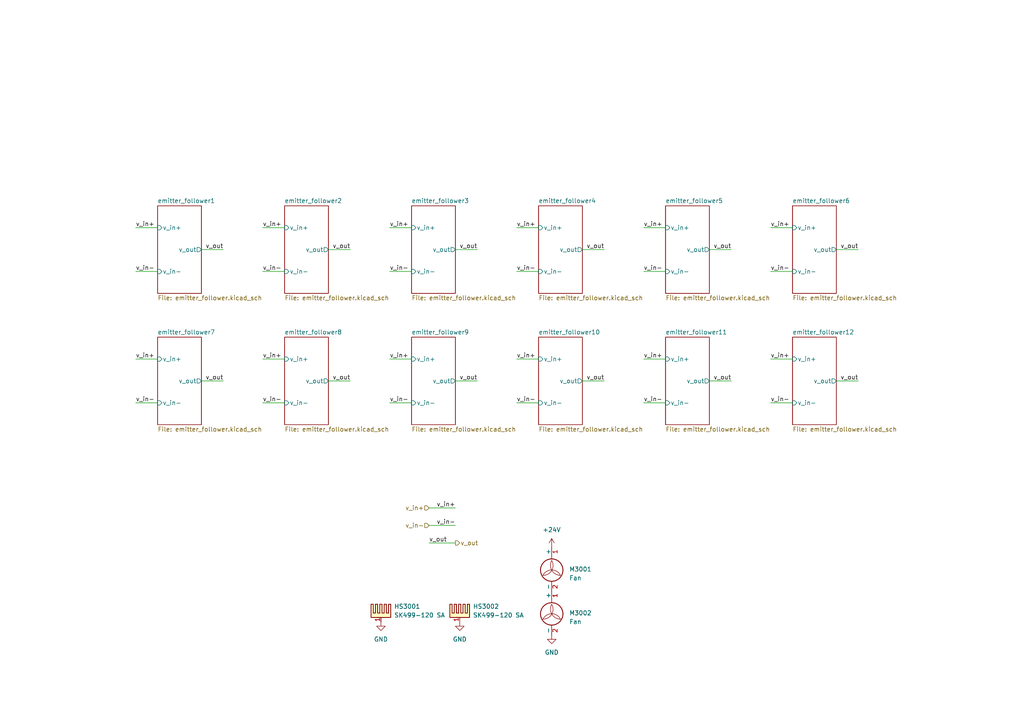
<source format=kicad_sch>
(kicad_sch
	(version 20231120)
	(generator "eeschema")
	(generator_version "8.0")
	(uuid "ba93c1f3-a609-4336-8fad-8b63e61b5ee7")
	(paper "A4")
	(title_block
		(title "Power Supply Sink")
		(date "2024-10-11")
		(rev "0.4.0")
		(company "Open Battery Tester")
		(comment 1 "Outstage")
	)
	(lib_symbols
		(symbol "pss:+24V"
			(power)
			(pin_numbers hide)
			(pin_names
				(offset 0) hide)
			(exclude_from_sim no)
			(in_bom yes)
			(on_board yes)
			(property "Reference" "#PWR"
				(at 0 -3.81 0)
				(effects
					(font
						(size 1.27 1.27)
					)
					(hide yes)
				)
			)
			(property "Value" "+24V"
				(at 0 3.556 0)
				(effects
					(font
						(size 1.27 1.27)
					)
				)
			)
			(property "Footprint" ""
				(at 0 0 0)
				(effects
					(font
						(size 1.27 1.27)
					)
					(hide yes)
				)
			)
			(property "Datasheet" ""
				(at 0 0 0)
				(effects
					(font
						(size 1.27 1.27)
					)
					(hide yes)
				)
			)
			(property "Description" "Power symbol creates a global label with name \"+24V\""
				(at 0 0 0)
				(effects
					(font
						(size 1.27 1.27)
					)
					(hide yes)
				)
			)
			(property "ki_keywords" "global power"
				(at 0 0 0)
				(effects
					(font
						(size 1.27 1.27)
					)
					(hide yes)
				)
			)
			(symbol "+24V_0_1"
				(polyline
					(pts
						(xy -0.762 1.27) (xy 0 2.54)
					)
					(stroke
						(width 0)
						(type default)
					)
					(fill
						(type none)
					)
				)
				(polyline
					(pts
						(xy 0 0) (xy 0 2.54)
					)
					(stroke
						(width 0)
						(type default)
					)
					(fill
						(type none)
					)
				)
				(polyline
					(pts
						(xy 0 2.54) (xy 0.762 1.27)
					)
					(stroke
						(width 0)
						(type default)
					)
					(fill
						(type none)
					)
				)
			)
			(symbol "+24V_1_1"
				(pin power_in line
					(at 0 0 90)
					(length 0)
					(name "~"
						(effects
							(font
								(size 1.27 1.27)
							)
						)
					)
					(number "1"
						(effects
							(font
								(size 1.27 1.27)
							)
						)
					)
				)
			)
		)
		(symbol "pss:Fan"
			(pin_names
				(offset 0)
			)
			(exclude_from_sim no)
			(in_bom yes)
			(on_board yes)
			(property "Reference" "M"
				(at 2.54 5.08 0)
				(effects
					(font
						(size 1.27 1.27)
					)
					(justify left)
				)
			)
			(property "Value" "Fan"
				(at 2.54 -2.54 0)
				(effects
					(font
						(size 1.27 1.27)
					)
					(justify left top)
				)
			)
			(property "Footprint" ""
				(at 0 0.254 0)
				(effects
					(font
						(size 1.27 1.27)
					)
					(hide yes)
				)
			)
			(property "Datasheet" "~"
				(at 0 0.254 0)
				(effects
					(font
						(size 1.27 1.27)
					)
					(hide yes)
				)
			)
			(property "Description" "Fan"
				(at 0 0 0)
				(effects
					(font
						(size 1.27 1.27)
					)
					(hide yes)
				)
			)
			(property "ki_keywords" "Fan Motor"
				(at 0 0 0)
				(effects
					(font
						(size 1.27 1.27)
					)
					(hide yes)
				)
			)
			(property "ki_fp_filters" "PinHeader*P2.54mm* TerminalBlock*"
				(at 0 0 0)
				(effects
					(font
						(size 1.27 1.27)
					)
					(hide yes)
				)
			)
			(symbol "Fan_0_1"
				(arc
					(start -2.54 -0.508)
					(mid 0.0028 0.9121)
					(end 0 3.81)
					(stroke
						(width 0)
						(type default)
					)
					(fill
						(type none)
					)
				)
				(polyline
					(pts
						(xy 0 -5.08) (xy 0 -4.572)
					)
					(stroke
						(width 0)
						(type default)
					)
					(fill
						(type none)
					)
				)
				(polyline
					(pts
						(xy 0 -2.2352) (xy 0 -2.6416)
					)
					(stroke
						(width 0)
						(type default)
					)
					(fill
						(type none)
					)
				)
				(polyline
					(pts
						(xy 0 4.2672) (xy 0 4.6228)
					)
					(stroke
						(width 0)
						(type default)
					)
					(fill
						(type none)
					)
				)
				(polyline
					(pts
						(xy 0 4.572) (xy 0 5.08)
					)
					(stroke
						(width 0)
						(type default)
					)
					(fill
						(type none)
					)
				)
				(circle
					(center 0 1.016)
					(radius 3.2512)
					(stroke
						(width 0.254)
						(type default)
					)
					(fill
						(type none)
					)
				)
				(arc
					(start 0 3.81)
					(mid 0.053 0.921)
					(end 2.54 -0.508)
					(stroke
						(width 0)
						(type default)
					)
					(fill
						(type none)
					)
				)
				(arc
					(start 2.54 -0.508)
					(mid 0 1.0618)
					(end -2.54 -0.508)
					(stroke
						(width 0)
						(type default)
					)
					(fill
						(type none)
					)
				)
			)
			(symbol "Fan_1_1"
				(pin passive line
					(at 0 7.62 270)
					(length 2.54)
					(name "+"
						(effects
							(font
								(size 1.27 1.27)
							)
						)
					)
					(number "1"
						(effects
							(font
								(size 1.27 1.27)
							)
						)
					)
				)
				(pin passive line
					(at 0 -5.08 90)
					(length 2.54)
					(name "-"
						(effects
							(font
								(size 1.27 1.27)
							)
						)
					)
					(number "2"
						(effects
							(font
								(size 1.27 1.27)
							)
						)
					)
				)
			)
		)
		(symbol "pss:GND"
			(power)
			(pin_numbers hide)
			(pin_names
				(offset 0) hide)
			(exclude_from_sim no)
			(in_bom yes)
			(on_board yes)
			(property "Reference" "#PWR"
				(at 0 -6.35 0)
				(effects
					(font
						(size 1.27 1.27)
					)
					(hide yes)
				)
			)
			(property "Value" "GND"
				(at 0 -3.81 0)
				(effects
					(font
						(size 1.27 1.27)
					)
				)
			)
			(property "Footprint" ""
				(at 0 0 0)
				(effects
					(font
						(size 1.27 1.27)
					)
					(hide yes)
				)
			)
			(property "Datasheet" ""
				(at 0 0 0)
				(effects
					(font
						(size 1.27 1.27)
					)
					(hide yes)
				)
			)
			(property "Description" "Power symbol creates a global label with name \"GND\" , ground"
				(at 0 0 0)
				(effects
					(font
						(size 1.27 1.27)
					)
					(hide yes)
				)
			)
			(property "ki_keywords" "global power"
				(at 0 0 0)
				(effects
					(font
						(size 1.27 1.27)
					)
					(hide yes)
				)
			)
			(symbol "GND_0_1"
				(polyline
					(pts
						(xy 0 0) (xy 0 -1.27) (xy 1.27 -1.27) (xy 0 -2.54) (xy -1.27 -1.27) (xy 0 -1.27)
					)
					(stroke
						(width 0)
						(type default)
					)
					(fill
						(type none)
					)
				)
			)
			(symbol "GND_1_1"
				(pin power_in line
					(at 0 0 270)
					(length 0)
					(name "~"
						(effects
							(font
								(size 1.27 1.27)
							)
						)
					)
					(number "1"
						(effects
							(font
								(size 1.27 1.27)
							)
						)
					)
				)
			)
		)
		(symbol "pss:Heatsink_Pad"
			(pin_names
				(offset 0)
			)
			(exclude_from_sim yes)
			(in_bom yes)
			(on_board yes)
			(property "Reference" "HS"
				(at 0 5.715 0)
				(effects
					(font
						(size 1.27 1.27)
					)
				)
			)
			(property "Value" "Heatsink_Pad"
				(at 0 3.81 0)
				(effects
					(font
						(size 1.27 1.27)
					)
				)
			)
			(property "Footprint" ""
				(at 0.3048 -1.27 0)
				(effects
					(font
						(size 1.27 1.27)
					)
					(hide yes)
				)
			)
			(property "Datasheet" "~"
				(at 0.3048 -1.27 0)
				(effects
					(font
						(size 1.27 1.27)
					)
					(hide yes)
				)
			)
			(property "Description" "Heatsink with electrical connection, 1 pin"
				(at 0 0 0)
				(effects
					(font
						(size 1.27 1.27)
					)
					(hide yes)
				)
			)
			(property "ki_keywords" "thermal heat temperature"
				(at 0 0 0)
				(effects
					(font
						(size 1.27 1.27)
					)
					(hide yes)
				)
			)
			(property "ki_fp_filters" "Heatsink_*"
				(at 0 0 0)
				(effects
					(font
						(size 1.27 1.27)
					)
					(hide yes)
				)
			)
			(symbol "Heatsink_Pad_0_1"
				(polyline
					(pts
						(xy -0.3302 0) (xy -0.9652 0) (xy -0.9652 2.54) (xy -1.6002 2.54) (xy -1.6002 0) (xy -2.2352 0)
						(xy -2.2352 2.54) (xy -2.8702 2.54) (xy -2.8702 -1.27) (xy -0.9652 -1.27)
					)
					(stroke
						(width 0.254)
						(type default)
					)
					(fill
						(type background)
					)
				)
				(polyline
					(pts
						(xy -0.3302 0) (xy -0.3302 2.54) (xy 0.3048 2.54) (xy 0.3048 0) (xy 0.9398 0) (xy 0.9398 2.54)
						(xy 1.5748 2.54) (xy 1.5748 0) (xy 2.2098 0) (xy 2.2098 2.54) (xy 2.8448 2.54) (xy 2.8448 -1.27)
						(xy -0.9652 -1.27)
					)
					(stroke
						(width 0.254)
						(type default)
					)
					(fill
						(type background)
					)
				)
			)
			(symbol "Heatsink_Pad_1_1"
				(pin passive line
					(at 0 -2.54 90)
					(length 1.27)
					(name "~"
						(effects
							(font
								(size 1.27 1.27)
							)
						)
					)
					(number "1"
						(effects
							(font
								(size 1.27 1.27)
							)
						)
					)
				)
			)
		)
	)
	(wire
		(pts
			(xy 242.57 72.39) (xy 248.92 72.39)
		)
		(stroke
			(width 0)
			(type default)
		)
		(uuid "009407e8-61eb-43f8-8312-786dba4a8206")
	)
	(wire
		(pts
			(xy 76.2 116.84) (xy 82.55 116.84)
		)
		(stroke
			(width 0)
			(type default)
		)
		(uuid "0605f3d2-00a0-43a0-8c0a-e69d23e44058")
	)
	(wire
		(pts
			(xy 168.91 72.39) (xy 175.26 72.39)
		)
		(stroke
			(width 0)
			(type default)
		)
		(uuid "0d2fa8ad-5417-4322-ba15-6e34dce16ce5")
	)
	(wire
		(pts
			(xy 149.86 104.14) (xy 156.21 104.14)
		)
		(stroke
			(width 0)
			(type default)
		)
		(uuid "21511a1d-426c-4066-9ee0-3d40fcb6ef0b")
	)
	(wire
		(pts
			(xy 113.03 78.74) (xy 119.38 78.74)
		)
		(stroke
			(width 0)
			(type default)
		)
		(uuid "302db432-abd3-43c0-a9f2-08bda1038702")
	)
	(wire
		(pts
			(xy 39.37 78.74) (xy 45.72 78.74)
		)
		(stroke
			(width 0)
			(type default)
		)
		(uuid "322c89df-6142-4805-af37-f643c34f94d0")
	)
	(wire
		(pts
			(xy 168.91 110.49) (xy 175.26 110.49)
		)
		(stroke
			(width 0)
			(type default)
		)
		(uuid "35423c90-88a3-456b-a284-b2fb7188ed80")
	)
	(wire
		(pts
			(xy 132.08 72.39) (xy 138.43 72.39)
		)
		(stroke
			(width 0)
			(type default)
		)
		(uuid "39a4d8fd-6adc-49bc-9b2b-fee424d0e1ab")
	)
	(wire
		(pts
			(xy 124.46 157.48) (xy 132.08 157.48)
		)
		(stroke
			(width 0)
			(type default)
		)
		(uuid "3ee4edb8-f56f-42d0-8876-bf5d29dfbfd0")
	)
	(wire
		(pts
			(xy 186.69 66.04) (xy 193.04 66.04)
		)
		(stroke
			(width 0)
			(type default)
		)
		(uuid "41ff43d7-8c4e-4196-ad4e-cdfeb4efedfc")
	)
	(wire
		(pts
			(xy 149.86 78.74) (xy 156.21 78.74)
		)
		(stroke
			(width 0)
			(type default)
		)
		(uuid "54db1326-0af1-432a-a600-8ba35aab5a72")
	)
	(wire
		(pts
			(xy 205.74 72.39) (xy 212.09 72.39)
		)
		(stroke
			(width 0)
			(type default)
		)
		(uuid "58cc7a11-c662-475d-a6e6-aa4677182ba4")
	)
	(wire
		(pts
			(xy 205.74 110.49) (xy 212.09 110.49)
		)
		(stroke
			(width 0)
			(type default)
		)
		(uuid "6aa56ae6-bcae-4269-be4e-a92c05a7a32d")
	)
	(wire
		(pts
			(xy 223.52 78.74) (xy 229.87 78.74)
		)
		(stroke
			(width 0)
			(type default)
		)
		(uuid "6bbc75bd-9545-4326-bfed-e37fb3f39403")
	)
	(wire
		(pts
			(xy 223.52 66.04) (xy 229.87 66.04)
		)
		(stroke
			(width 0)
			(type default)
		)
		(uuid "7018b830-a5c9-4272-a807-0f8dc9257344")
	)
	(wire
		(pts
			(xy 132.08 110.49) (xy 138.43 110.49)
		)
		(stroke
			(width 0)
			(type default)
		)
		(uuid "707e98d6-38c4-4698-9e8c-f431c7862254")
	)
	(wire
		(pts
			(xy 95.25 110.49) (xy 101.6 110.49)
		)
		(stroke
			(width 0)
			(type default)
		)
		(uuid "7244d252-e104-4d8e-b7f7-3fa109de0de4")
	)
	(wire
		(pts
			(xy 223.52 104.14) (xy 229.87 104.14)
		)
		(stroke
			(width 0)
			(type default)
		)
		(uuid "78c2628f-4f77-4ba3-9b22-289a9b54ac4f")
	)
	(wire
		(pts
			(xy 186.69 116.84) (xy 193.04 116.84)
		)
		(stroke
			(width 0)
			(type default)
		)
		(uuid "7e1d2095-669b-4ef2-803a-b44bc87a37d6")
	)
	(wire
		(pts
			(xy 76.2 78.74) (xy 82.55 78.74)
		)
		(stroke
			(width 0)
			(type default)
		)
		(uuid "802f16df-cadb-4195-bd37-fb1216014eda")
	)
	(wire
		(pts
			(xy 39.37 116.84) (xy 45.72 116.84)
		)
		(stroke
			(width 0)
			(type default)
		)
		(uuid "80ac78d1-3c73-4234-ada8-e409d882958e")
	)
	(wire
		(pts
			(xy 113.03 116.84) (xy 119.38 116.84)
		)
		(stroke
			(width 0)
			(type default)
		)
		(uuid "83fa22b3-778a-4f13-80e3-fe9ecd2f555b")
	)
	(wire
		(pts
			(xy 124.46 152.4) (xy 132.08 152.4)
		)
		(stroke
			(width 0)
			(type default)
		)
		(uuid "83fdf96e-e1bb-4db4-8d75-2b0a21163492")
	)
	(wire
		(pts
			(xy 149.86 116.84) (xy 156.21 116.84)
		)
		(stroke
			(width 0)
			(type default)
		)
		(uuid "850ad9cd-e8b9-4a91-8f97-e055a24e579b")
	)
	(wire
		(pts
			(xy 76.2 66.04) (xy 82.55 66.04)
		)
		(stroke
			(width 0)
			(type default)
		)
		(uuid "874e44d8-e4de-49f7-ab6b-b43cb7f9ec69")
	)
	(wire
		(pts
			(xy 39.37 66.04) (xy 45.72 66.04)
		)
		(stroke
			(width 0)
			(type default)
		)
		(uuid "8f4da4fd-9ad3-49cd-9f17-ba18e14fdb73")
	)
	(wire
		(pts
			(xy 186.69 104.14) (xy 193.04 104.14)
		)
		(stroke
			(width 0)
			(type default)
		)
		(uuid "8fab37f0-132f-4069-a0d2-04113c9544a9")
	)
	(wire
		(pts
			(xy 95.25 72.39) (xy 101.6 72.39)
		)
		(stroke
			(width 0)
			(type default)
		)
		(uuid "90da675e-0401-4708-9281-64522d030644")
	)
	(wire
		(pts
			(xy 149.86 66.04) (xy 156.21 66.04)
		)
		(stroke
			(width 0)
			(type default)
		)
		(uuid "9b357593-9baa-4a41-b61b-aeaeaa5b58f6")
	)
	(wire
		(pts
			(xy 58.42 72.39) (xy 64.77 72.39)
		)
		(stroke
			(width 0)
			(type default)
		)
		(uuid "9d562eca-189f-4e21-95ab-65984949593a")
	)
	(wire
		(pts
			(xy 242.57 110.49) (xy 248.92 110.49)
		)
		(stroke
			(width 0)
			(type default)
		)
		(uuid "b2f9b9e5-3ab8-47a4-9029-01ee0e6dccfd")
	)
	(wire
		(pts
			(xy 113.03 66.04) (xy 119.38 66.04)
		)
		(stroke
			(width 0)
			(type default)
		)
		(uuid "bd429c5d-e252-44d3-8b57-732d7ab2ca46")
	)
	(wire
		(pts
			(xy 39.37 104.14) (xy 45.72 104.14)
		)
		(stroke
			(width 0)
			(type default)
		)
		(uuid "d1819e4b-b253-4bde-b8fe-b6aa63d2c23f")
	)
	(wire
		(pts
			(xy 58.42 110.49) (xy 64.77 110.49)
		)
		(stroke
			(width 0)
			(type default)
		)
		(uuid "d2a39ecf-0a60-4ba8-a081-2316cedae3be")
	)
	(wire
		(pts
			(xy 76.2 104.14) (xy 82.55 104.14)
		)
		(stroke
			(width 0)
			(type default)
		)
		(uuid "d9b4ec03-9dfb-4c03-a00a-8aa1c9cd1881")
	)
	(wire
		(pts
			(xy 113.03 104.14) (xy 119.38 104.14)
		)
		(stroke
			(width 0)
			(type default)
		)
		(uuid "e093803c-36ec-48db-a2f6-ea8b7f3b2328")
	)
	(wire
		(pts
			(xy 223.52 116.84) (xy 229.87 116.84)
		)
		(stroke
			(width 0)
			(type default)
		)
		(uuid "e4b7ad10-8cd8-42d3-9b6f-66211809cd60")
	)
	(wire
		(pts
			(xy 186.69 78.74) (xy 193.04 78.74)
		)
		(stroke
			(width 0)
			(type default)
		)
		(uuid "eb634ea9-7e98-4eb4-a1d4-bace6ce68f93")
	)
	(wire
		(pts
			(xy 124.46 147.32) (xy 132.08 147.32)
		)
		(stroke
			(width 0)
			(type default)
		)
		(uuid "fccf74ea-9ab8-4fe0-8b78-2c8a9acd239d")
	)
	(label "v_in+"
		(at 76.2 66.04 0)
		(fields_autoplaced yes)
		(effects
			(font
				(size 1.27 1.27)
			)
			(justify left bottom)
		)
		(uuid "00629809-638c-4bf2-9b91-f8db44e83c10")
	)
	(label "v_in+"
		(at 39.37 104.14 0)
		(fields_autoplaced yes)
		(effects
			(font
				(size 1.27 1.27)
			)
			(justify left bottom)
		)
		(uuid "027a1b8e-e17d-466e-8d34-0dabef92e22a")
	)
	(label "v_in-"
		(at 223.52 116.84 0)
		(fields_autoplaced yes)
		(effects
			(font
				(size 1.27 1.27)
			)
			(justify left bottom)
		)
		(uuid "032cf803-868d-46a9-bdfe-856053d5dc64")
	)
	(label "v_in-"
		(at 132.08 152.4 180)
		(fields_autoplaced yes)
		(effects
			(font
				(size 1.27 1.27)
			)
			(justify right bottom)
		)
		(uuid "03bb3d62-b8bc-44dd-ac8c-8b4081d60332")
	)
	(label "v_in-"
		(at 223.52 78.74 0)
		(fields_autoplaced yes)
		(effects
			(font
				(size 1.27 1.27)
			)
			(justify left bottom)
		)
		(uuid "060bc8c5-09fe-4d16-9bdc-46055f70e2f8")
	)
	(label "v_out"
		(at 138.43 72.39 180)
		(fields_autoplaced yes)
		(effects
			(font
				(size 1.27 1.27)
			)
			(justify right bottom)
		)
		(uuid "0f748427-ea05-4028-b4ac-d9e4c8bf0083")
	)
	(label "v_in-"
		(at 76.2 78.74 0)
		(fields_autoplaced yes)
		(effects
			(font
				(size 1.27 1.27)
			)
			(justify left bottom)
		)
		(uuid "134f3c9c-302c-433c-a458-75ae81ed6426")
	)
	(label "v_in-"
		(at 113.03 78.74 0)
		(fields_autoplaced yes)
		(effects
			(font
				(size 1.27 1.27)
			)
			(justify left bottom)
		)
		(uuid "16858ccc-fbfc-4d4c-a5e8-35fbf26cf12e")
	)
	(label "v_out"
		(at 248.92 110.49 180)
		(fields_autoplaced yes)
		(effects
			(font
				(size 1.27 1.27)
			)
			(justify right bottom)
		)
		(uuid "185d4643-3422-47bd-bf67-0b4df0eb73d6")
	)
	(label "v_in-"
		(at 76.2 116.84 0)
		(fields_autoplaced yes)
		(effects
			(font
				(size 1.27 1.27)
			)
			(justify left bottom)
		)
		(uuid "1a1721b3-529f-410f-8ca1-cbe002f63d39")
	)
	(label "v_in+"
		(at 39.37 66.04 0)
		(fields_autoplaced yes)
		(effects
			(font
				(size 1.27 1.27)
			)
			(justify left bottom)
		)
		(uuid "2698dfcd-eddd-4d80-912f-1eccb43bfdbd")
	)
	(label "v_out"
		(at 248.92 72.39 180)
		(fields_autoplaced yes)
		(effects
			(font
				(size 1.27 1.27)
			)
			(justify right bottom)
		)
		(uuid "2885e120-1528-430f-b3f5-89fdf4692721")
	)
	(label "v_in-"
		(at 149.86 78.74 0)
		(fields_autoplaced yes)
		(effects
			(font
				(size 1.27 1.27)
			)
			(justify left bottom)
		)
		(uuid "37099185-a88b-4cb1-996d-34743ca8785c")
	)
	(label "v_in-"
		(at 186.69 78.74 0)
		(fields_autoplaced yes)
		(effects
			(font
				(size 1.27 1.27)
			)
			(justify left bottom)
		)
		(uuid "373db7fe-c3e2-48b0-b70b-5bffd3296b71")
	)
	(label "v_in-"
		(at 149.86 116.84 0)
		(fields_autoplaced yes)
		(effects
			(font
				(size 1.27 1.27)
			)
			(justify left bottom)
		)
		(uuid "39179a45-e3bd-4ca4-a505-3f2d40935fd3")
	)
	(label "v_in-"
		(at 39.37 116.84 0)
		(fields_autoplaced yes)
		(effects
			(font
				(size 1.27 1.27)
			)
			(justify left bottom)
		)
		(uuid "467594dd-069f-49c9-ac1d-3b089f54167f")
	)
	(label "v_in+"
		(at 223.52 104.14 0)
		(fields_autoplaced yes)
		(effects
			(font
				(size 1.27 1.27)
			)
			(justify left bottom)
		)
		(uuid "4b392590-7da6-4f6f-8713-e284af4585ce")
	)
	(label "v_out"
		(at 212.09 72.39 180)
		(fields_autoplaced yes)
		(effects
			(font
				(size 1.27 1.27)
			)
			(justify right bottom)
		)
		(uuid "5d5a4601-1bb8-4b9c-8172-e81c65537187")
	)
	(label "v_in+"
		(at 186.69 66.04 0)
		(fields_autoplaced yes)
		(effects
			(font
				(size 1.27 1.27)
			)
			(justify left bottom)
		)
		(uuid "5d6a59df-cb06-4857-9922-bddec4ff0d89")
	)
	(label "v_in-"
		(at 186.69 116.84 0)
		(fields_autoplaced yes)
		(effects
			(font
				(size 1.27 1.27)
			)
			(justify left bottom)
		)
		(uuid "5e7ce80e-ac9b-4632-a92d-2062e8530b2e")
	)
	(label "v_in-"
		(at 39.37 78.74 0)
		(fields_autoplaced yes)
		(effects
			(font
				(size 1.27 1.27)
			)
			(justify left bottom)
		)
		(uuid "682d586a-e8a5-4e10-aa30-13531dd365c0")
	)
	(label "v_in-"
		(at 113.03 116.84 0)
		(fields_autoplaced yes)
		(effects
			(font
				(size 1.27 1.27)
			)
			(justify left bottom)
		)
		(uuid "72bc6804-581b-49cb-bb1b-dfd2c84a7f92")
	)
	(label "v_out"
		(at 175.26 72.39 180)
		(fields_autoplaced yes)
		(effects
			(font
				(size 1.27 1.27)
			)
			(justify right bottom)
		)
		(uuid "752c65e6-4423-4e71-8826-4f06fa478a51")
	)
	(label "v_out"
		(at 138.43 110.49 180)
		(fields_autoplaced yes)
		(effects
			(font
				(size 1.27 1.27)
			)
			(justify right bottom)
		)
		(uuid "7815dfe5-2d90-42b6-85a2-6aa9b5b1d344")
	)
	(label "v_out"
		(at 212.09 110.49 180)
		(fields_autoplaced yes)
		(effects
			(font
				(size 1.27 1.27)
			)
			(justify right bottom)
		)
		(uuid "7bf2ede3-b13a-43f3-a017-117111cd8a18")
	)
	(label "v_out"
		(at 101.6 72.39 180)
		(fields_autoplaced yes)
		(effects
			(font
				(size 1.27 1.27)
			)
			(justify right bottom)
		)
		(uuid "80de6481-4358-4471-bc28-f19d88542369")
	)
	(label "v_in+"
		(at 132.08 147.32 180)
		(fields_autoplaced yes)
		(effects
			(font
				(size 1.27 1.27)
			)
			(justify right bottom)
		)
		(uuid "87b9a5f8-27e1-405c-8f2c-b03633f16dd5")
	)
	(label "v_in+"
		(at 186.69 104.14 0)
		(fields_autoplaced yes)
		(effects
			(font
				(size 1.27 1.27)
			)
			(justify left bottom)
		)
		(uuid "88c3715b-d82e-4344-b3c1-00d0acb96c28")
	)
	(label "v_in+"
		(at 149.86 104.14 0)
		(fields_autoplaced yes)
		(effects
			(font
				(size 1.27 1.27)
			)
			(justify left bottom)
		)
		(uuid "89207c51-d775-4ba4-9255-7090ec3e89b9")
	)
	(label "v_in+"
		(at 113.03 66.04 0)
		(fields_autoplaced yes)
		(effects
			(font
				(size 1.27 1.27)
			)
			(justify left bottom)
		)
		(uuid "8d5af514-472b-4b52-b661-28ab81cb9bff")
	)
	(label "v_in+"
		(at 76.2 104.14 0)
		(fields_autoplaced yes)
		(effects
			(font
				(size 1.27 1.27)
			)
			(justify left bottom)
		)
		(uuid "8e4d542b-8c6d-41b6-9b87-08cbe173cc29")
	)
	(label "v_out"
		(at 124.46 157.48 0)
		(fields_autoplaced yes)
		(effects
			(font
				(size 1.27 1.27)
			)
			(justify left bottom)
		)
		(uuid "925bca7d-4dfb-44a1-a66f-ebfb999ef0ae")
	)
	(label "v_in+"
		(at 149.86 66.04 0)
		(fields_autoplaced yes)
		(effects
			(font
				(size 1.27 1.27)
			)
			(justify left bottom)
		)
		(uuid "a53485a9-53fa-4808-88ab-1e7d788413ed")
	)
	(label "v_out"
		(at 101.6 110.49 180)
		(fields_autoplaced yes)
		(effects
			(font
				(size 1.27 1.27)
			)
			(justify right bottom)
		)
		(uuid "bfce29f5-5cec-4a32-9cb1-6f0346e48b5a")
	)
	(label "v_out"
		(at 64.77 72.39 180)
		(fields_autoplaced yes)
		(effects
			(font
				(size 1.27 1.27)
			)
			(justify right bottom)
		)
		(uuid "c61644e0-6d6c-41df-bf72-be2a157d9523")
	)
	(label "v_in+"
		(at 113.03 104.14 0)
		(fields_autoplaced yes)
		(effects
			(font
				(size 1.27 1.27)
			)
			(justify left bottom)
		)
		(uuid "ef7e94b3-e6ac-40d4-b8c1-df971704cf06")
	)
	(label "v_in+"
		(at 223.52 66.04 0)
		(fields_autoplaced yes)
		(effects
			(font
				(size 1.27 1.27)
			)
			(justify left bottom)
		)
		(uuid "f35e7a8f-8fca-4de1-9073-fda91e378ebc")
	)
	(label "v_out"
		(at 64.77 110.49 180)
		(fields_autoplaced yes)
		(effects
			(font
				(size 1.27 1.27)
			)
			(justify right bottom)
		)
		(uuid "f93ed74e-2438-4ffa-9695-3c5a3eeb7fab")
	)
	(label "v_out"
		(at 175.26 110.49 180)
		(fields_autoplaced yes)
		(effects
			(font
				(size 1.27 1.27)
			)
			(justify right bottom)
		)
		(uuid "fb832a7d-b07f-4fac-ae2e-b6f4ebdeab27")
	)
	(hierarchical_label "v_in-"
		(shape input)
		(at 124.46 152.4 180)
		(fields_autoplaced yes)
		(effects
			(font
				(size 1.27 1.27)
			)
			(justify right)
		)
		(uuid "27b98f6b-61eb-418a-9f11-a7b052a3612b")
	)
	(hierarchical_label "v_out"
		(shape output)
		(at 132.08 157.48 0)
		(fields_autoplaced yes)
		(effects
			(font
				(size 1.27 1.27)
			)
			(justify left)
		)
		(uuid "f3adeff6-5bbe-402b-a32b-76683e05dee1")
	)
	(hierarchical_label "v_in+"
		(shape input)
		(at 124.46 147.32 180)
		(fields_autoplaced yes)
		(effects
			(font
				(size 1.27 1.27)
			)
			(justify right)
		)
		(uuid "f7650d37-2490-4aff-a5c1-ff3f0e844a53")
	)
	(symbol
		(lib_id "pss:Fan")
		(at 160.02 179.07 0)
		(unit 1)
		(exclude_from_sim no)
		(in_bom yes)
		(on_board yes)
		(dnp no)
		(fields_autoplaced yes)
		(uuid "1f8ebb42-88b5-43e7-8c9e-999edeacb8a3")
		(property "Reference" "M3002"
			(at 165.1 177.7999 0)
			(effects
				(font
					(size 1.27 1.27)
				)
				(justify left)
			)
		)
		(property "Value" "Fan"
			(at 165.1 180.3399 0)
			(effects
				(font
					(size 1.27 1.27)
				)
				(justify left)
			)
		)
		(property "Footprint" "pss:Fan_SameSky_CFM-5015V"
			(at 160.02 178.816 0)
			(effects
				(font
					(size 1.27 1.27)
				)
				(hide yes)
			)
		)
		(property "Datasheet" "https://www.mouser.de/datasheet/2/1628/cfm_50v-3508680.pdf"
			(at 160.02 178.816 0)
			(effects
				(font
					(size 1.27 1.27)
				)
				(hide yes)
			)
		)
		(property "Description" "Fan"
			(at 160.02 179.07 0)
			(effects
				(font
					(size 1.27 1.27)
				)
				(hide yes)
			)
		)
		(property "VPN" "490-CFM-5015V-172381"
			(at 160.02 179.07 0)
			(effects
				(font
					(size 1.27 1.27)
				)
				(hide yes)
			)
		)
		(property "MPN" "CFM-5015V-172-381"
			(at 160.02 179.07 0)
			(effects
				(font
					(size 1.27 1.27)
				)
				(hide yes)
			)
		)
		(pin "1"
			(uuid "3144ca28-fe2a-48df-9bfa-d857451efb95")
		)
		(pin "2"
			(uuid "880e2bf9-33a8-4b78-b35e-25a5692af272")
		)
		(instances
			(project "pss"
				(path "/3c438cf7-9350-4e9f-8115-1deba8984176/2f3feae7-a9ea-4cb9-8521-c9b88e99d2e7/fa72958a-5878-4cc9-a5da-a04578e325a8"
					(reference "M3002")
					(unit 1)
				)
			)
		)
	)
	(symbol
		(lib_id "pss:GND")
		(at 160.02 184.15 0)
		(unit 1)
		(exclude_from_sim no)
		(in_bom yes)
		(on_board yes)
		(dnp no)
		(fields_autoplaced yes)
		(uuid "23201d36-8298-4c6f-bbf4-fcd8482d69bb")
		(property "Reference" "#PWR03004"
			(at 160.02 190.5 0)
			(effects
				(font
					(size 1.27 1.27)
				)
				(hide yes)
			)
		)
		(property "Value" "GND"
			(at 160.02 189.23 0)
			(effects
				(font
					(size 1.27 1.27)
				)
			)
		)
		(property "Footprint" ""
			(at 160.02 184.15 0)
			(effects
				(font
					(size 1.27 1.27)
				)
				(hide yes)
			)
		)
		(property "Datasheet" ""
			(at 160.02 184.15 0)
			(effects
				(font
					(size 1.27 1.27)
				)
				(hide yes)
			)
		)
		(property "Description" "Power symbol creates a global label with name \"GND\" , ground"
			(at 160.02 184.15 0)
			(effects
				(font
					(size 1.27 1.27)
				)
				(hide yes)
			)
		)
		(pin "1"
			(uuid "60728d8c-1541-46b7-8db7-1aea2f9a9d87")
		)
		(instances
			(project "pss"
				(path "/3c438cf7-9350-4e9f-8115-1deba8984176/2f3feae7-a9ea-4cb9-8521-c9b88e99d2e7/fa72958a-5878-4cc9-a5da-a04578e325a8"
					(reference "#PWR03004")
					(unit 1)
				)
			)
		)
	)
	(symbol
		(lib_id "pss:GND")
		(at 110.49 180.34 0)
		(unit 1)
		(exclude_from_sim no)
		(in_bom yes)
		(on_board yes)
		(dnp no)
		(fields_autoplaced yes)
		(uuid "56938886-23d7-4805-b68a-b8a8f5cd8468")
		(property "Reference" "#PWR03001"
			(at 110.49 186.69 0)
			(effects
				(font
					(size 1.27 1.27)
				)
				(hide yes)
			)
		)
		(property "Value" "GND"
			(at 110.49 185.42 0)
			(effects
				(font
					(size 1.27 1.27)
				)
			)
		)
		(property "Footprint" ""
			(at 110.49 180.34 0)
			(effects
				(font
					(size 1.27 1.27)
				)
				(hide yes)
			)
		)
		(property "Datasheet" ""
			(at 110.49 180.34 0)
			(effects
				(font
					(size 1.27 1.27)
				)
				(hide yes)
			)
		)
		(property "Description" "Power symbol creates a global label with name \"GND\" , ground"
			(at 110.49 180.34 0)
			(effects
				(font
					(size 1.27 1.27)
				)
				(hide yes)
			)
		)
		(pin "1"
			(uuid "4c8ecfc2-f13c-47fe-9efa-044a29ac5943")
		)
		(instances
			(project "pss"
				(path "/3c438cf7-9350-4e9f-8115-1deba8984176/2f3feae7-a9ea-4cb9-8521-c9b88e99d2e7/fa72958a-5878-4cc9-a5da-a04578e325a8"
					(reference "#PWR03001")
					(unit 1)
				)
			)
		)
	)
	(symbol
		(lib_id "pss:Fan")
		(at 160.02 166.37 0)
		(unit 1)
		(exclude_from_sim no)
		(in_bom yes)
		(on_board yes)
		(dnp no)
		(fields_autoplaced yes)
		(uuid "76f7aaf9-4723-427c-b4f4-49c1f059013a")
		(property "Reference" "M3001"
			(at 165.1 165.0999 0)
			(effects
				(font
					(size 1.27 1.27)
				)
				(justify left)
			)
		)
		(property "Value" "Fan"
			(at 165.1 167.6399 0)
			(effects
				(font
					(size 1.27 1.27)
				)
				(justify left)
			)
		)
		(property "Footprint" "pss:Fan_SameSky_CFM-5015V"
			(at 160.02 166.116 0)
			(effects
				(font
					(size 1.27 1.27)
				)
				(hide yes)
			)
		)
		(property "Datasheet" "https://www.mouser.de/datasheet/2/1628/cfm_50v-3508680.pdf"
			(at 160.02 166.116 0)
			(effects
				(font
					(size 1.27 1.27)
				)
				(hide yes)
			)
		)
		(property "Description" "Fan"
			(at 160.02 166.37 0)
			(effects
				(font
					(size 1.27 1.27)
				)
				(hide yes)
			)
		)
		(property "VPN" "490-CFM-5015V-172381"
			(at 160.02 166.37 0)
			(effects
				(font
					(size 1.27 1.27)
				)
				(hide yes)
			)
		)
		(property "MPN" "CFM-5015V-172-381"
			(at 160.02 166.37 0)
			(effects
				(font
					(size 1.27 1.27)
				)
				(hide yes)
			)
		)
		(pin "1"
			(uuid "e7b762a9-5798-464e-aeaa-ab9e9c7556a4")
		)
		(pin "2"
			(uuid "518d37c2-6983-48f5-91ff-ce5cc19236f3")
		)
		(instances
			(project "pss"
				(path "/3c438cf7-9350-4e9f-8115-1deba8984176/2f3feae7-a9ea-4cb9-8521-c9b88e99d2e7/fa72958a-5878-4cc9-a5da-a04578e325a8"
					(reference "M3001")
					(unit 1)
				)
			)
		)
	)
	(symbol
		(lib_id "pss:Heatsink_Pad")
		(at 110.49 177.8 0)
		(unit 1)
		(exclude_from_sim yes)
		(in_bom yes)
		(on_board yes)
		(dnp no)
		(fields_autoplaced yes)
		(uuid "8a12b70b-eee5-40d1-95b8-70ac552b5a66")
		(property "Reference" "HS3001"
			(at 114.3 175.8949 0)
			(effects
				(font
					(size 1.27 1.27)
				)
				(justify left)
			)
		)
		(property "Value" "SK499-120 SA"
			(at 114.3 178.4349 0)
			(effects
				(font
					(size 1.27 1.27)
				)
				(justify left)
			)
		)
		(property "Footprint" "pss:Heatsink_Fischer_SK499-120_46x120mm_h33mm_Drill3.5mm_ScrewM3"
			(at 110.7948 179.07 0)
			(effects
				(font
					(size 1.27 1.27)
				)
				(hide yes)
			)
		)
		(property "Datasheet" "https://www.fischerelektronik.de/web_fischer/en_GB/PR/SK499_/datasheet.xhtml?branch=heatsinks"
			(at 110.7948 179.07 0)
			(effects
				(font
					(size 1.27 1.27)
				)
				(hide yes)
			)
		)
		(property "Description" "Heatsink with electrical connection, 1 pin"
			(at 110.49 177.8 0)
			(effects
				(font
					(size 1.27 1.27)
				)
				(hide yes)
			)
		)
		(property "VPN" ""
			(at 110.49 177.8 0)
			(effects
				(font
					(size 1.27 1.27)
				)
				(hide yes)
			)
		)
		(property "MPN" "SK499-120 SA"
			(at 110.49 177.8 0)
			(effects
				(font
					(size 1.27 1.27)
				)
				(hide yes)
			)
		)
		(pin "1"
			(uuid "49e9374a-ff88-40d2-b761-f777a30b18ea")
		)
		(instances
			(project "pss"
				(path "/3c438cf7-9350-4e9f-8115-1deba8984176/2f3feae7-a9ea-4cb9-8521-c9b88e99d2e7/fa72958a-5878-4cc9-a5da-a04578e325a8"
					(reference "HS3001")
					(unit 1)
				)
			)
		)
	)
	(symbol
		(lib_id "pss:Heatsink_Pad")
		(at 133.35 177.8 0)
		(unit 1)
		(exclude_from_sim yes)
		(in_bom yes)
		(on_board yes)
		(dnp no)
		(fields_autoplaced yes)
		(uuid "aea622bc-80b1-4e87-8b52-4280506cdeb2")
		(property "Reference" "HS3002"
			(at 137.16 175.8949 0)
			(effects
				(font
					(size 1.27 1.27)
				)
				(justify left)
			)
		)
		(property "Value" "SK499-120 SA"
			(at 137.16 178.4349 0)
			(effects
				(font
					(size 1.27 1.27)
				)
				(justify left)
			)
		)
		(property "Footprint" "pss:Heatsink_Fischer_SK499-120_46x120mm_h33mm_Drill3.5mm_ScrewM3"
			(at 133.6548 179.07 0)
			(effects
				(font
					(size 1.27 1.27)
				)
				(hide yes)
			)
		)
		(property "Datasheet" "https://www.fischerelektronik.de/web_fischer/en_GB/PR/SK499_/datasheet.xhtml?branch=heatsinks"
			(at 133.6548 179.07 0)
			(effects
				(font
					(size 1.27 1.27)
				)
				(hide yes)
			)
		)
		(property "Description" "Heatsink with electrical connection, 1 pin"
			(at 133.35 177.8 0)
			(effects
				(font
					(size 1.27 1.27)
				)
				(hide yes)
			)
		)
		(property "VPN" ""
			(at 133.35 177.8 0)
			(effects
				(font
					(size 1.27 1.27)
				)
				(hide yes)
			)
		)
		(property "MPN" "SK499-120 SA"
			(at 133.35 177.8 0)
			(effects
				(font
					(size 1.27 1.27)
				)
				(hide yes)
			)
		)
		(pin "1"
			(uuid "a266121a-dc59-4c75-92c8-314d263cb855")
		)
		(instances
			(project "pss"
				(path "/3c438cf7-9350-4e9f-8115-1deba8984176/2f3feae7-a9ea-4cb9-8521-c9b88e99d2e7/fa72958a-5878-4cc9-a5da-a04578e325a8"
					(reference "HS3002")
					(unit 1)
				)
			)
		)
	)
	(symbol
		(lib_id "pss:GND")
		(at 133.35 180.34 0)
		(unit 1)
		(exclude_from_sim no)
		(in_bom yes)
		(on_board yes)
		(dnp no)
		(fields_autoplaced yes)
		(uuid "c853118e-e657-4cdd-b524-b222455468bc")
		(property "Reference" "#PWR03002"
			(at 133.35 186.69 0)
			(effects
				(font
					(size 1.27 1.27)
				)
				(hide yes)
			)
		)
		(property "Value" "GND"
			(at 133.35 185.42 0)
			(effects
				(font
					(size 1.27 1.27)
				)
			)
		)
		(property "Footprint" ""
			(at 133.35 180.34 0)
			(effects
				(font
					(size 1.27 1.27)
				)
				(hide yes)
			)
		)
		(property "Datasheet" ""
			(at 133.35 180.34 0)
			(effects
				(font
					(size 1.27 1.27)
				)
				(hide yes)
			)
		)
		(property "Description" "Power symbol creates a global label with name \"GND\" , ground"
			(at 133.35 180.34 0)
			(effects
				(font
					(size 1.27 1.27)
				)
				(hide yes)
			)
		)
		(pin "1"
			(uuid "d17bf481-266d-4454-9cbc-e89cfe720222")
		)
		(instances
			(project "pss"
				(path "/3c438cf7-9350-4e9f-8115-1deba8984176/2f3feae7-a9ea-4cb9-8521-c9b88e99d2e7/fa72958a-5878-4cc9-a5da-a04578e325a8"
					(reference "#PWR03002")
					(unit 1)
				)
			)
		)
	)
	(symbol
		(lib_id "pss:+24V")
		(at 160.02 158.75 0)
		(unit 1)
		(exclude_from_sim no)
		(in_bom yes)
		(on_board yes)
		(dnp no)
		(fields_autoplaced yes)
		(uuid "e1e393a3-5d32-4ba7-89cf-23634be92f2e")
		(property "Reference" "#PWR03003"
			(at 160.02 162.56 0)
			(effects
				(font
					(size 1.27 1.27)
				)
				(hide yes)
			)
		)
		(property "Value" "+24V"
			(at 160.02 153.67 0)
			(effects
				(font
					(size 1.27 1.27)
				)
			)
		)
		(property "Footprint" ""
			(at 160.02 158.75 0)
			(effects
				(font
					(size 1.27 1.27)
				)
				(hide yes)
			)
		)
		(property "Datasheet" ""
			(at 160.02 158.75 0)
			(effects
				(font
					(size 1.27 1.27)
				)
				(hide yes)
			)
		)
		(property "Description" "Power symbol creates a global label with name \"+24V\""
			(at 160.02 158.75 0)
			(effects
				(font
					(size 1.27 1.27)
				)
				(hide yes)
			)
		)
		(pin "1"
			(uuid "77b9e1a4-cbd4-428f-811b-71f9aa42f5d1")
		)
		(instances
			(project "pss"
				(path "/3c438cf7-9350-4e9f-8115-1deba8984176/2f3feae7-a9ea-4cb9-8521-c9b88e99d2e7/fa72958a-5878-4cc9-a5da-a04578e325a8"
					(reference "#PWR03003")
					(unit 1)
				)
			)
		)
	)
	(sheet
		(at 82.55 97.79)
		(size 12.7 25.4)
		(fields_autoplaced yes)
		(stroke
			(width 0.1524)
			(type solid)
		)
		(fill
			(color 0 0 0 0.0000)
		)
		(uuid "04b10879-c4f7-4aa1-83c0-680d55aeab07")
		(property "Sheetname" "emitter_follower8"
			(at 82.55 97.0784 0)
			(effects
				(font
					(size 1.27 1.27)
				)
				(justify left bottom)
			)
		)
		(property "Sheetfile" "emitter_follower.kicad_sch"
			(at 82.55 123.7746 0)
			(effects
				(font
					(size 1.27 1.27)
				)
				(justify left top)
			)
		)
		(pin "v_in+" input
			(at 82.55 104.14 180)
			(effects
				(font
					(size 1.27 1.27)
				)
				(justify left)
			)
			(uuid "d70d7c33-2696-4969-8e7f-19a91604c26e")
		)
		(pin "v_in-" input
			(at 82.55 116.84 180)
			(effects
				(font
					(size 1.27 1.27)
				)
				(justify left)
			)
			(uuid "17fa58a1-e375-459a-a594-1bef9a8d74b6")
		)
		(pin "v_out" output
			(at 95.25 110.49 0)
			(effects
				(font
					(size 1.27 1.27)
				)
				(justify right)
			)
			(uuid "05993a89-33bd-4e11-9356-98c071c9929f")
		)
		(instances
			(project "pss"
				(path "/3c438cf7-9350-4e9f-8115-1deba8984176/2f3feae7-a9ea-4cb9-8521-c9b88e99d2e7/fa72958a-5878-4cc9-a5da-a04578e325a8"
					(page "10")
				)
			)
		)
	)
	(sheet
		(at 45.72 59.69)
		(size 12.7 25.4)
		(fields_autoplaced yes)
		(stroke
			(width 0.1524)
			(type solid)
		)
		(fill
			(color 0 0 0 0.0000)
		)
		(uuid "07a7a2c5-3125-42eb-b7d2-ab9e4fee9435")
		(property "Sheetname" "emitter_follower1"
			(at 45.72 58.9784 0)
			(effects
				(font
					(size 1.27 1.27)
				)
				(justify left bottom)
			)
		)
		(property "Sheetfile" "emitter_follower.kicad_sch"
			(at 45.72 85.6746 0)
			(effects
				(font
					(size 1.27 1.27)
				)
				(justify left top)
			)
		)
		(pin "v_in+" input
			(at 45.72 66.04 180)
			(effects
				(font
					(size 1.27 1.27)
				)
				(justify left)
			)
			(uuid "e228d199-6f1f-43d1-bf05-14e1d817cc03")
		)
		(pin "v_in-" input
			(at 45.72 78.74 180)
			(effects
				(font
					(size 1.27 1.27)
				)
				(justify left)
			)
			(uuid "2a34110c-b752-4d45-b064-006bed0658ab")
		)
		(pin "v_out" output
			(at 58.42 72.39 0)
			(effects
				(font
					(size 1.27 1.27)
				)
				(justify right)
			)
			(uuid "735e661d-b398-41ac-9bae-0315318f514f")
		)
		(instances
			(project "pss"
				(path "/3c438cf7-9350-4e9f-8115-1deba8984176/2f3feae7-a9ea-4cb9-8521-c9b88e99d2e7/fa72958a-5878-4cc9-a5da-a04578e325a8"
					(page "12")
				)
			)
		)
	)
	(sheet
		(at 229.87 59.69)
		(size 12.7 25.4)
		(fields_autoplaced yes)
		(stroke
			(width 0.1524)
			(type solid)
		)
		(fill
			(color 0 0 0 0.0000)
		)
		(uuid "0dc27ff4-0252-41f5-aaba-84a82340be52")
		(property "Sheetname" "emitter_follower6"
			(at 229.87 58.9784 0)
			(effects
				(font
					(size 1.27 1.27)
				)
				(justify left bottom)
			)
		)
		(property "Sheetfile" "emitter_follower.kicad_sch"
			(at 229.87 85.6746 0)
			(effects
				(font
					(size 1.27 1.27)
				)
				(justify left top)
			)
		)
		(pin "v_in+" input
			(at 229.87 66.04 180)
			(effects
				(font
					(size 1.27 1.27)
				)
				(justify left)
			)
			(uuid "c055d8dc-43fb-4ffe-96da-0c41cbc60816")
		)
		(pin "v_in-" input
			(at 229.87 78.74 180)
			(effects
				(font
					(size 1.27 1.27)
				)
				(justify left)
			)
			(uuid "99e84c04-da40-4539-832b-edd2593b6a6f")
		)
		(pin "v_out" output
			(at 242.57 72.39 0)
			(effects
				(font
					(size 1.27 1.27)
				)
				(justify right)
			)
			(uuid "83fdd4d5-8444-4ba1-8ccd-cfb2b51f02d6")
		)
		(instances
			(project "pss"
				(path "/3c438cf7-9350-4e9f-8115-1deba8984176/2f3feae7-a9ea-4cb9-8521-c9b88e99d2e7/fa72958a-5878-4cc9-a5da-a04578e325a8"
					(page "8")
				)
			)
		)
	)
	(sheet
		(at 119.38 97.79)
		(size 12.7 25.4)
		(fields_autoplaced yes)
		(stroke
			(width 0.1524)
			(type solid)
		)
		(fill
			(color 0 0 0 0.0000)
		)
		(uuid "15855d7c-f960-446c-a740-04c42b6ce371")
		(property "Sheetname" "emitter_follower9"
			(at 119.38 97.0784 0)
			(effects
				(font
					(size 1.27 1.27)
				)
				(justify left bottom)
			)
		)
		(property "Sheetfile" "emitter_follower.kicad_sch"
			(at 119.38 123.7746 0)
			(effects
				(font
					(size 1.27 1.27)
				)
				(justify left top)
			)
		)
		(pin "v_in+" input
			(at 119.38 104.14 180)
			(effects
				(font
					(size 1.27 1.27)
				)
				(justify left)
			)
			(uuid "7627f3a3-beaf-40e8-8118-3dde08cd5eab")
		)
		(pin "v_in-" input
			(at 119.38 116.84 180)
			(effects
				(font
					(size 1.27 1.27)
				)
				(justify left)
			)
			(uuid "d5b29693-c14a-49dc-910f-896d50aeb473")
		)
		(pin "v_out" output
			(at 132.08 110.49 0)
			(effects
				(font
					(size 1.27 1.27)
				)
				(justify right)
			)
			(uuid "2a8d230b-1fe2-429d-9f67-e225f16bd881")
		)
		(instances
			(project "pss"
				(path "/3c438cf7-9350-4e9f-8115-1deba8984176/2f3feae7-a9ea-4cb9-8521-c9b88e99d2e7/fa72958a-5878-4cc9-a5da-a04578e325a8"
					(page "15")
				)
			)
		)
	)
	(sheet
		(at 119.38 59.69)
		(size 12.7 25.4)
		(fields_autoplaced yes)
		(stroke
			(width 0.1524)
			(type solid)
		)
		(fill
			(color 0 0 0 0.0000)
		)
		(uuid "2d405ed7-d8e3-4f0a-8915-f91d206781b5")
		(property "Sheetname" "emitter_follower3"
			(at 119.38 58.9784 0)
			(effects
				(font
					(size 1.27 1.27)
				)
				(justify left bottom)
			)
		)
		(property "Sheetfile" "emitter_follower.kicad_sch"
			(at 119.38 85.6746 0)
			(effects
				(font
					(size 1.27 1.27)
				)
				(justify left top)
			)
		)
		(pin "v_in+" input
			(at 119.38 66.04 180)
			(effects
				(font
					(size 1.27 1.27)
				)
				(justify left)
			)
			(uuid "eb9424c3-8b79-4b9e-bacc-24f21d37823f")
		)
		(pin "v_in-" input
			(at 119.38 78.74 180)
			(effects
				(font
					(size 1.27 1.27)
				)
				(justify left)
			)
			(uuid "e3188f54-028d-469b-8d62-381114a5eab5")
		)
		(pin "v_out" output
			(at 132.08 72.39 0)
			(effects
				(font
					(size 1.27 1.27)
				)
				(justify right)
			)
			(uuid "f4cd6f56-7a1e-468f-a9ee-2e37442c5275")
		)
		(instances
			(project "pss"
				(path "/3c438cf7-9350-4e9f-8115-1deba8984176/2f3feae7-a9ea-4cb9-8521-c9b88e99d2e7/fa72958a-5878-4cc9-a5da-a04578e325a8"
					(page "14")
				)
			)
		)
	)
	(sheet
		(at 156.21 97.79)
		(size 12.7 25.4)
		(fields_autoplaced yes)
		(stroke
			(width 0.1524)
			(type solid)
		)
		(fill
			(color 0 0 0 0.0000)
		)
		(uuid "3ac5bfd4-322b-4b4e-b291-daf0eabe32b3")
		(property "Sheetname" "emitter_follower10"
			(at 156.21 97.0784 0)
			(effects
				(font
					(size 1.27 1.27)
				)
				(justify left bottom)
			)
		)
		(property "Sheetfile" "emitter_follower.kicad_sch"
			(at 156.21 123.7746 0)
			(effects
				(font
					(size 1.27 1.27)
				)
				(justify left top)
			)
		)
		(pin "v_in+" input
			(at 156.21 104.14 180)
			(effects
				(font
					(size 1.27 1.27)
				)
				(justify left)
			)
			(uuid "4d4585be-d313-4d6c-89ae-b90cc5659f06")
		)
		(pin "v_in-" input
			(at 156.21 116.84 180)
			(effects
				(font
					(size 1.27 1.27)
				)
				(justify left)
			)
			(uuid "91e051bd-10c1-493a-baa1-da73b2d28683")
		)
		(pin "v_out" output
			(at 168.91 110.49 0)
			(effects
				(font
					(size 1.27 1.27)
				)
				(justify right)
			)
			(uuid "0e2307a7-7b28-4722-9afa-0dee4ac22d27")
		)
		(instances
			(project "pss"
				(path "/3c438cf7-9350-4e9f-8115-1deba8984176/2f3feae7-a9ea-4cb9-8521-c9b88e99d2e7/fa72958a-5878-4cc9-a5da-a04578e325a8"
					(page "5")
				)
			)
		)
	)
	(sheet
		(at 193.04 97.79)
		(size 12.7 25.4)
		(fields_autoplaced yes)
		(stroke
			(width 0.1524)
			(type solid)
		)
		(fill
			(color 0 0 0 0.0000)
		)
		(uuid "432d4703-970a-49e3-83e4-9ff2241f6220")
		(property "Sheetname" "emitter_follower11"
			(at 193.04 97.0784 0)
			(effects
				(font
					(size 1.27 1.27)
				)
				(justify left bottom)
			)
		)
		(property "Sheetfile" "emitter_follower.kicad_sch"
			(at 193.04 123.7746 0)
			(effects
				(font
					(size 1.27 1.27)
				)
				(justify left top)
			)
		)
		(pin "v_in+" input
			(at 193.04 104.14 180)
			(effects
				(font
					(size 1.27 1.27)
				)
				(justify left)
			)
			(uuid "d33ea34c-7d8c-4bef-b131-be0ed3f94e4e")
		)
		(pin "v_in-" input
			(at 193.04 116.84 180)
			(effects
				(font
					(size 1.27 1.27)
				)
				(justify left)
			)
			(uuid "4e85244b-2e74-4cc0-9520-38986fafb7b3")
		)
		(pin "v_out" output
			(at 205.74 110.49 0)
			(effects
				(font
					(size 1.27 1.27)
				)
				(justify right)
			)
			(uuid "7e32c5dc-b8fe-4371-97cd-583b6eaccd6d")
		)
		(instances
			(project "pss"
				(path "/3c438cf7-9350-4e9f-8115-1deba8984176/2f3feae7-a9ea-4cb9-8521-c9b88e99d2e7/fa72958a-5878-4cc9-a5da-a04578e325a8"
					(page "9")
				)
			)
		)
	)
	(sheet
		(at 45.72 97.79)
		(size 12.7 25.4)
		(fields_autoplaced yes)
		(stroke
			(width 0.1524)
			(type solid)
		)
		(fill
			(color 0 0 0 0.0000)
		)
		(uuid "7dd50d98-f606-45de-b856-f7bc2726e6bb")
		(property "Sheetname" "emitter_follower7"
			(at 45.72 97.0784 0)
			(effects
				(font
					(size 1.27 1.27)
				)
				(justify left bottom)
			)
		)
		(property "Sheetfile" "emitter_follower.kicad_sch"
			(at 45.72 123.7746 0)
			(effects
				(font
					(size 1.27 1.27)
				)
				(justify left top)
			)
		)
		(pin "v_in+" input
			(at 45.72 104.14 180)
			(effects
				(font
					(size 1.27 1.27)
				)
				(justify left)
			)
			(uuid "fc17d014-004d-4b92-82cd-25b32f36f27c")
		)
		(pin "v_in-" input
			(at 45.72 116.84 180)
			(effects
				(font
					(size 1.27 1.27)
				)
				(justify left)
			)
			(uuid "46c78e0c-553f-45b3-b715-5c4164d829c6")
		)
		(pin "v_out" output
			(at 58.42 110.49 0)
			(effects
				(font
					(size 1.27 1.27)
				)
				(justify right)
			)
			(uuid "db6d11bc-e95a-4f87-a7ec-6afa04025535")
		)
		(instances
			(project "pss"
				(path "/3c438cf7-9350-4e9f-8115-1deba8984176/2f3feae7-a9ea-4cb9-8521-c9b88e99d2e7/fa72958a-5878-4cc9-a5da-a04578e325a8"
					(page "13")
				)
			)
		)
	)
	(sheet
		(at 82.55 59.69)
		(size 12.7 25.4)
		(fields_autoplaced yes)
		(stroke
			(width 0.1524)
			(type solid)
		)
		(fill
			(color 0 0 0 0.0000)
		)
		(uuid "7fb76cf0-9304-4e93-9191-bdb1de3a182a")
		(property "Sheetname" "emitter_follower2"
			(at 82.55 58.9784 0)
			(effects
				(font
					(size 1.27 1.27)
				)
				(justify left bottom)
			)
		)
		(property "Sheetfile" "emitter_follower.kicad_sch"
			(at 82.55 85.6746 0)
			(effects
				(font
					(size 1.27 1.27)
				)
				(justify left top)
			)
		)
		(pin "v_in+" input
			(at 82.55 66.04 180)
			(effects
				(font
					(size 1.27 1.27)
				)
				(justify left)
			)
			(uuid "4c8e1a5c-75d1-4576-9593-71ab146683f3")
		)
		(pin "v_in-" input
			(at 82.55 78.74 180)
			(effects
				(font
					(size 1.27 1.27)
				)
				(justify left)
			)
			(uuid "b8ccca83-d4ae-42bc-9442-043f84800da0")
		)
		(pin "v_out" output
			(at 95.25 72.39 0)
			(effects
				(font
					(size 1.27 1.27)
				)
				(justify right)
			)
			(uuid "e6718ac3-9e09-4c48-aced-d356f9335f46")
		)
		(instances
			(project "pss"
				(path "/3c438cf7-9350-4e9f-8115-1deba8984176/2f3feae7-a9ea-4cb9-8521-c9b88e99d2e7/fa72958a-5878-4cc9-a5da-a04578e325a8"
					(page "11")
				)
			)
		)
	)
	(sheet
		(at 156.21 59.69)
		(size 12.7 25.4)
		(fields_autoplaced yes)
		(stroke
			(width 0.1524)
			(type solid)
		)
		(fill
			(color 0 0 0 0.0000)
		)
		(uuid "ce06b8f9-1583-4304-8864-af0527b64382")
		(property "Sheetname" "emitter_follower4"
			(at 156.21 58.9784 0)
			(effects
				(font
					(size 1.27 1.27)
				)
				(justify left bottom)
			)
		)
		(property "Sheetfile" "emitter_follower.kicad_sch"
			(at 156.21 85.6746 0)
			(effects
				(font
					(size 1.27 1.27)
				)
				(justify left top)
			)
		)
		(pin "v_in+" input
			(at 156.21 66.04 180)
			(effects
				(font
					(size 1.27 1.27)
				)
				(justify left)
			)
			(uuid "2ab6e280-b926-4cb6-b2de-e54ec49b1ecb")
		)
		(pin "v_in-" input
			(at 156.21 78.74 180)
			(effects
				(font
					(size 1.27 1.27)
				)
				(justify left)
			)
			(uuid "ed80f6e2-f1c9-4ae3-829e-6d8260582ca9")
		)
		(pin "v_out" output
			(at 168.91 72.39 0)
			(effects
				(font
					(size 1.27 1.27)
				)
				(justify right)
			)
			(uuid "2eed3a39-8341-4801-9145-767bf7cead63")
		)
		(instances
			(project "pss"
				(path "/3c438cf7-9350-4e9f-8115-1deba8984176/2f3feae7-a9ea-4cb9-8521-c9b88e99d2e7/fa72958a-5878-4cc9-a5da-a04578e325a8"
					(page "7")
				)
			)
		)
	)
	(sheet
		(at 229.87 97.79)
		(size 12.7 25.4)
		(fields_autoplaced yes)
		(stroke
			(width 0.1524)
			(type solid)
		)
		(fill
			(color 0 0 0 0.0000)
		)
		(uuid "e69a708c-8469-4c0f-bea8-99e69127895b")
		(property "Sheetname" "emitter_follower12"
			(at 229.87 97.0784 0)
			(effects
				(font
					(size 1.27 1.27)
				)
				(justify left bottom)
			)
		)
		(property "Sheetfile" "emitter_follower.kicad_sch"
			(at 229.87 123.7746 0)
			(effects
				(font
					(size 1.27 1.27)
				)
				(justify left top)
			)
		)
		(pin "v_in+" input
			(at 229.87 104.14 180)
			(effects
				(font
					(size 1.27 1.27)
				)
				(justify left)
			)
			(uuid "e9b758a6-ab7d-40e4-b61f-e5f8936c11e6")
		)
		(pin "v_in-" input
			(at 229.87 116.84 180)
			(effects
				(font
					(size 1.27 1.27)
				)
				(justify left)
			)
			(uuid "6e71f967-b1db-493b-870d-72a5b638127c")
		)
		(pin "v_out" output
			(at 242.57 110.49 0)
			(effects
				(font
					(size 1.27 1.27)
				)
				(justify right)
			)
			(uuid "cfd9d14a-5cdd-4c61-9eba-aca36bda5dac")
		)
		(instances
			(project "pss"
				(path "/3c438cf7-9350-4e9f-8115-1deba8984176/2f3feae7-a9ea-4cb9-8521-c9b88e99d2e7/fa72958a-5878-4cc9-a5da-a04578e325a8"
					(page "6")
				)
			)
		)
	)
	(sheet
		(at 193.04 59.69)
		(size 12.7 25.4)
		(fields_autoplaced yes)
		(stroke
			(width 0.1524)
			(type solid)
		)
		(fill
			(color 0 0 0 0.0000)
		)
		(uuid "fc2ed052-df09-4ddc-ba2c-65813cdfdb98")
		(property "Sheetname" "emitter_follower5"
			(at 193.04 58.9784 0)
			(effects
				(font
					(size 1.27 1.27)
				)
				(justify left bottom)
			)
		)
		(property "Sheetfile" "emitter_follower.kicad_sch"
			(at 193.04 85.6746 0)
			(effects
				(font
					(size 1.27 1.27)
				)
				(justify left top)
			)
		)
		(pin "v_in+" input
			(at 193.04 66.04 180)
			(effects
				(font
					(size 1.27 1.27)
				)
				(justify left)
			)
			(uuid "ac796abf-547d-4667-aa00-d05e93ae57c7")
		)
		(pin "v_in-" input
			(at 193.04 78.74 180)
			(effects
				(font
					(size 1.27 1.27)
				)
				(justify left)
			)
			(uuid "bdd4ca03-c75b-488d-a213-c28ad8efe84b")
		)
		(pin "v_out" output
			(at 205.74 72.39 0)
			(effects
				(font
					(size 1.27 1.27)
				)
				(justify right)
			)
			(uuid "71a324d7-9f16-4e3b-af19-d6673eb28939")
		)
		(instances
			(project "pss"
				(path "/3c438cf7-9350-4e9f-8115-1deba8984176/2f3feae7-a9ea-4cb9-8521-c9b88e99d2e7/fa72958a-5878-4cc9-a5da-a04578e325a8"
					(page "4")
				)
			)
		)
	)
)

</source>
